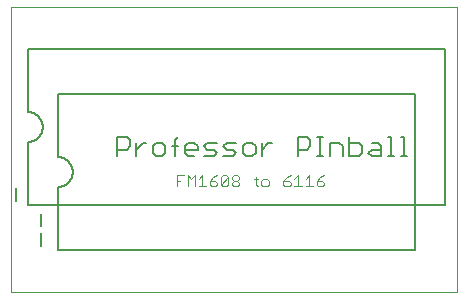
<source format=gto>
G75*
%MOIN*%
%OFA0B0*%
%FSLAX25Y25*%
%IPPOS*%
%LPD*%
%AMOC8*
5,1,8,0,0,1.08239X$1,22.5*
%
%ADD10C,0.00000*%
%ADD11C,0.00600*%
%ADD12C,0.00300*%
%ADD13C,0.00700*%
D10*
X0011800Y0011800D02*
X0011800Y0106761D01*
X0160501Y0106761D01*
X0160501Y0011800D01*
X0011800Y0011800D01*
D11*
X0027300Y0025800D02*
X0146300Y0025800D01*
X0146300Y0077800D01*
X0027300Y0077800D01*
X0027300Y0056800D01*
X0027440Y0056798D01*
X0027580Y0056792D01*
X0027720Y0056782D01*
X0027860Y0056769D01*
X0027999Y0056751D01*
X0028138Y0056729D01*
X0028275Y0056704D01*
X0028413Y0056675D01*
X0028549Y0056642D01*
X0028684Y0056605D01*
X0028818Y0056564D01*
X0028951Y0056519D01*
X0029083Y0056471D01*
X0029213Y0056419D01*
X0029342Y0056364D01*
X0029469Y0056305D01*
X0029595Y0056242D01*
X0029719Y0056176D01*
X0029840Y0056107D01*
X0029960Y0056034D01*
X0030078Y0055957D01*
X0030193Y0055878D01*
X0030307Y0055795D01*
X0030417Y0055709D01*
X0030526Y0055620D01*
X0030632Y0055528D01*
X0030735Y0055433D01*
X0030836Y0055336D01*
X0030933Y0055235D01*
X0031028Y0055132D01*
X0031120Y0055026D01*
X0031209Y0054917D01*
X0031295Y0054807D01*
X0031378Y0054693D01*
X0031457Y0054578D01*
X0031534Y0054460D01*
X0031607Y0054340D01*
X0031676Y0054219D01*
X0031742Y0054095D01*
X0031805Y0053969D01*
X0031864Y0053842D01*
X0031919Y0053713D01*
X0031971Y0053583D01*
X0032019Y0053451D01*
X0032064Y0053318D01*
X0032105Y0053184D01*
X0032142Y0053049D01*
X0032175Y0052913D01*
X0032204Y0052775D01*
X0032229Y0052638D01*
X0032251Y0052499D01*
X0032269Y0052360D01*
X0032282Y0052220D01*
X0032292Y0052080D01*
X0032298Y0051940D01*
X0032300Y0051800D01*
X0032298Y0051660D01*
X0032292Y0051520D01*
X0032282Y0051380D01*
X0032269Y0051240D01*
X0032251Y0051101D01*
X0032229Y0050962D01*
X0032204Y0050825D01*
X0032175Y0050687D01*
X0032142Y0050551D01*
X0032105Y0050416D01*
X0032064Y0050282D01*
X0032019Y0050149D01*
X0031971Y0050017D01*
X0031919Y0049887D01*
X0031864Y0049758D01*
X0031805Y0049631D01*
X0031742Y0049505D01*
X0031676Y0049381D01*
X0031607Y0049260D01*
X0031534Y0049140D01*
X0031457Y0049022D01*
X0031378Y0048907D01*
X0031295Y0048793D01*
X0031209Y0048683D01*
X0031120Y0048574D01*
X0031028Y0048468D01*
X0030933Y0048365D01*
X0030836Y0048264D01*
X0030735Y0048167D01*
X0030632Y0048072D01*
X0030526Y0047980D01*
X0030417Y0047891D01*
X0030307Y0047805D01*
X0030193Y0047722D01*
X0030078Y0047643D01*
X0029960Y0047566D01*
X0029840Y0047493D01*
X0029719Y0047424D01*
X0029595Y0047358D01*
X0029469Y0047295D01*
X0029342Y0047236D01*
X0029213Y0047181D01*
X0029083Y0047129D01*
X0028951Y0047081D01*
X0028818Y0047036D01*
X0028684Y0046995D01*
X0028549Y0046958D01*
X0028413Y0046925D01*
X0028275Y0046896D01*
X0028138Y0046871D01*
X0027999Y0046849D01*
X0027860Y0046831D01*
X0027720Y0046818D01*
X0027580Y0046808D01*
X0027440Y0046802D01*
X0027300Y0046800D01*
X0027300Y0025800D01*
X0017300Y0040800D02*
X0156300Y0040800D01*
X0156300Y0092800D01*
X0017300Y0092800D01*
X0017300Y0071800D01*
X0017440Y0071798D01*
X0017580Y0071792D01*
X0017720Y0071782D01*
X0017860Y0071769D01*
X0017999Y0071751D01*
X0018138Y0071729D01*
X0018275Y0071704D01*
X0018413Y0071675D01*
X0018549Y0071642D01*
X0018684Y0071605D01*
X0018818Y0071564D01*
X0018951Y0071519D01*
X0019083Y0071471D01*
X0019213Y0071419D01*
X0019342Y0071364D01*
X0019469Y0071305D01*
X0019595Y0071242D01*
X0019719Y0071176D01*
X0019840Y0071107D01*
X0019960Y0071034D01*
X0020078Y0070957D01*
X0020193Y0070878D01*
X0020307Y0070795D01*
X0020417Y0070709D01*
X0020526Y0070620D01*
X0020632Y0070528D01*
X0020735Y0070433D01*
X0020836Y0070336D01*
X0020933Y0070235D01*
X0021028Y0070132D01*
X0021120Y0070026D01*
X0021209Y0069917D01*
X0021295Y0069807D01*
X0021378Y0069693D01*
X0021457Y0069578D01*
X0021534Y0069460D01*
X0021607Y0069340D01*
X0021676Y0069219D01*
X0021742Y0069095D01*
X0021805Y0068969D01*
X0021864Y0068842D01*
X0021919Y0068713D01*
X0021971Y0068583D01*
X0022019Y0068451D01*
X0022064Y0068318D01*
X0022105Y0068184D01*
X0022142Y0068049D01*
X0022175Y0067913D01*
X0022204Y0067775D01*
X0022229Y0067638D01*
X0022251Y0067499D01*
X0022269Y0067360D01*
X0022282Y0067220D01*
X0022292Y0067080D01*
X0022298Y0066940D01*
X0022300Y0066800D01*
X0022298Y0066660D01*
X0022292Y0066520D01*
X0022282Y0066380D01*
X0022269Y0066240D01*
X0022251Y0066101D01*
X0022229Y0065962D01*
X0022204Y0065825D01*
X0022175Y0065687D01*
X0022142Y0065551D01*
X0022105Y0065416D01*
X0022064Y0065282D01*
X0022019Y0065149D01*
X0021971Y0065017D01*
X0021919Y0064887D01*
X0021864Y0064758D01*
X0021805Y0064631D01*
X0021742Y0064505D01*
X0021676Y0064381D01*
X0021607Y0064260D01*
X0021534Y0064140D01*
X0021457Y0064022D01*
X0021378Y0063907D01*
X0021295Y0063793D01*
X0021209Y0063683D01*
X0021120Y0063574D01*
X0021028Y0063468D01*
X0020933Y0063365D01*
X0020836Y0063264D01*
X0020735Y0063167D01*
X0020632Y0063072D01*
X0020526Y0062980D01*
X0020417Y0062891D01*
X0020307Y0062805D01*
X0020193Y0062722D01*
X0020078Y0062643D01*
X0019960Y0062566D01*
X0019840Y0062493D01*
X0019719Y0062424D01*
X0019595Y0062358D01*
X0019469Y0062295D01*
X0019342Y0062236D01*
X0019213Y0062181D01*
X0019083Y0062129D01*
X0018951Y0062081D01*
X0018818Y0062036D01*
X0018684Y0061995D01*
X0018549Y0061958D01*
X0018413Y0061925D01*
X0018275Y0061896D01*
X0018138Y0061871D01*
X0017999Y0061849D01*
X0017860Y0061831D01*
X0017720Y0061818D01*
X0017580Y0061808D01*
X0017440Y0061802D01*
X0017300Y0061800D01*
X0017300Y0040800D01*
X0047100Y0057100D02*
X0047100Y0063505D01*
X0050303Y0063505D01*
X0051370Y0062438D01*
X0051370Y0060303D01*
X0050303Y0059235D01*
X0047100Y0059235D01*
X0053545Y0059235D02*
X0055681Y0061370D01*
X0056748Y0061370D01*
X0058917Y0060303D02*
X0058917Y0058168D01*
X0059984Y0057100D01*
X0062119Y0057100D01*
X0063187Y0058168D01*
X0063187Y0060303D01*
X0062119Y0061370D01*
X0059984Y0061370D01*
X0058917Y0060303D01*
X0053545Y0061370D02*
X0053545Y0057100D01*
X0065362Y0060303D02*
X0067497Y0060303D01*
X0069659Y0060303D02*
X0069659Y0058168D01*
X0070727Y0057100D01*
X0072862Y0057100D01*
X0073930Y0059235D02*
X0069659Y0059235D01*
X0069659Y0060303D02*
X0070727Y0061370D01*
X0072862Y0061370D01*
X0073930Y0060303D01*
X0073930Y0059235D01*
X0076105Y0060303D02*
X0077172Y0061370D01*
X0080375Y0061370D01*
X0082550Y0060303D02*
X0083618Y0061370D01*
X0086821Y0061370D01*
X0088996Y0060303D02*
X0088996Y0058168D01*
X0090063Y0057100D01*
X0092198Y0057100D01*
X0093266Y0058168D01*
X0093266Y0060303D01*
X0092198Y0061370D01*
X0090063Y0061370D01*
X0088996Y0060303D01*
X0086821Y0058168D02*
X0085753Y0059235D01*
X0083618Y0059235D01*
X0082550Y0060303D01*
X0080375Y0058168D02*
X0079307Y0059235D01*
X0077172Y0059235D01*
X0076105Y0060303D01*
X0076105Y0057100D02*
X0079307Y0057100D01*
X0080375Y0058168D01*
X0082550Y0057100D02*
X0085753Y0057100D01*
X0086821Y0058168D01*
X0095441Y0059235D02*
X0097576Y0061370D01*
X0098644Y0061370D01*
X0095441Y0061370D02*
X0095441Y0057100D01*
X0107258Y0057100D02*
X0107258Y0063505D01*
X0110461Y0063505D01*
X0111528Y0062438D01*
X0111528Y0060303D01*
X0110461Y0059235D01*
X0107258Y0059235D01*
X0113703Y0057100D02*
X0115839Y0057100D01*
X0114771Y0057100D02*
X0114771Y0063505D01*
X0113703Y0063505D02*
X0115839Y0063505D01*
X0118000Y0061370D02*
X0121203Y0061370D01*
X0122271Y0060303D01*
X0122271Y0057100D01*
X0124446Y0057100D02*
X0127649Y0057100D01*
X0128716Y0058168D01*
X0128716Y0060303D01*
X0127649Y0061370D01*
X0124446Y0061370D01*
X0124446Y0063505D02*
X0124446Y0057100D01*
X0118000Y0057100D02*
X0118000Y0061370D01*
X0130891Y0058168D02*
X0131959Y0059235D01*
X0135162Y0059235D01*
X0135162Y0060303D02*
X0135162Y0057100D01*
X0131959Y0057100D01*
X0130891Y0058168D01*
X0131959Y0061370D02*
X0134094Y0061370D01*
X0135162Y0060303D01*
X0137337Y0057100D02*
X0139472Y0057100D01*
X0138405Y0057100D02*
X0138405Y0063505D01*
X0137337Y0063505D01*
X0141634Y0063505D02*
X0142702Y0063505D01*
X0142702Y0057100D01*
X0143769Y0057100D02*
X0141634Y0057100D01*
X0067497Y0063505D02*
X0066430Y0062438D01*
X0066430Y0057100D01*
D12*
X0066950Y0050653D02*
X0069419Y0050653D01*
X0070633Y0050653D02*
X0071868Y0049419D01*
X0073102Y0050653D01*
X0073102Y0046950D01*
X0074316Y0046950D02*
X0076785Y0046950D01*
X0075551Y0046950D02*
X0075551Y0050653D01*
X0074316Y0049419D01*
X0077999Y0048802D02*
X0077999Y0047567D01*
X0078617Y0046950D01*
X0079851Y0046950D01*
X0080468Y0047567D01*
X0080468Y0048184D01*
X0079851Y0048802D01*
X0077999Y0048802D01*
X0079234Y0050036D01*
X0080468Y0050653D01*
X0081683Y0050036D02*
X0082300Y0050653D01*
X0083534Y0050653D01*
X0084151Y0050036D01*
X0081683Y0047567D01*
X0082300Y0046950D01*
X0083534Y0046950D01*
X0084151Y0047567D01*
X0084151Y0050036D01*
X0085366Y0050036D02*
X0085366Y0049419D01*
X0085983Y0048802D01*
X0087217Y0048802D01*
X0087834Y0048184D01*
X0087834Y0047567D01*
X0087217Y0046950D01*
X0085983Y0046950D01*
X0085366Y0047567D01*
X0085366Y0048184D01*
X0085983Y0048802D01*
X0087217Y0048802D02*
X0087834Y0049419D01*
X0087834Y0050036D01*
X0087217Y0050653D01*
X0085983Y0050653D01*
X0085366Y0050036D01*
X0081683Y0050036D02*
X0081683Y0047567D01*
X0092732Y0049419D02*
X0093966Y0049419D01*
X0093349Y0050036D02*
X0093349Y0047567D01*
X0093966Y0046950D01*
X0095187Y0047567D02*
X0095805Y0046950D01*
X0097039Y0046950D01*
X0097656Y0047567D01*
X0097656Y0048802D01*
X0097039Y0049419D01*
X0095805Y0049419D01*
X0095187Y0048802D01*
X0095187Y0047567D01*
X0102554Y0047567D02*
X0103171Y0046950D01*
X0104405Y0046950D01*
X0105023Y0047567D01*
X0105023Y0048184D01*
X0104405Y0048802D01*
X0102554Y0048802D01*
X0102554Y0047567D01*
X0102554Y0048802D02*
X0103788Y0050036D01*
X0105023Y0050653D01*
X0106237Y0049419D02*
X0107471Y0050653D01*
X0107471Y0046950D01*
X0106237Y0046950D02*
X0108706Y0046950D01*
X0109920Y0046950D02*
X0112389Y0046950D01*
X0111154Y0046950D02*
X0111154Y0050653D01*
X0109920Y0049419D01*
X0113603Y0048802D02*
X0113603Y0047567D01*
X0114220Y0046950D01*
X0115455Y0046950D01*
X0116072Y0047567D01*
X0116072Y0048184D01*
X0115455Y0048802D01*
X0113603Y0048802D01*
X0114838Y0050036D01*
X0116072Y0050653D01*
X0070633Y0050653D02*
X0070633Y0046950D01*
X0068184Y0048802D02*
X0066950Y0048802D01*
X0066950Y0050653D02*
X0066950Y0046950D01*
D13*
X0021797Y0037799D02*
X0021797Y0033595D01*
X0021797Y0031354D02*
X0021797Y0027150D01*
X0013297Y0042150D02*
X0013297Y0046354D01*
M02*

</source>
